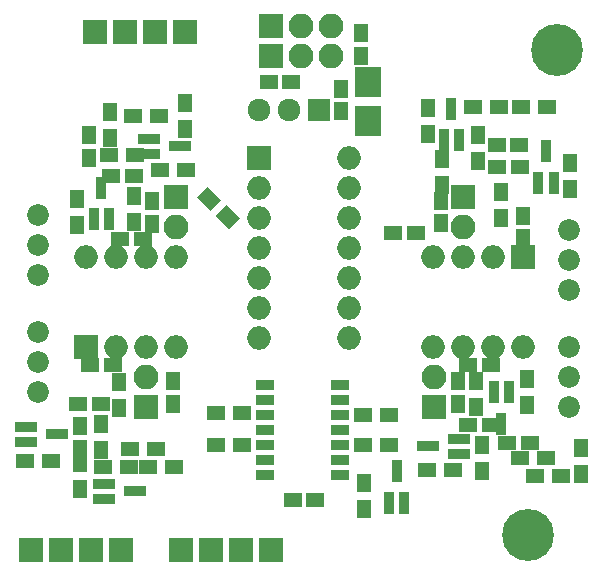
<source format=gbr>
G04 #@! TF.FileFunction,Soldermask,Top*
%FSLAX46Y46*%
G04 Gerber Fmt 4.6, Leading zero omitted, Abs format (unit mm)*
G04 Created by KiCad (PCBNEW 4.0.6) date 07/25/17 18:54:20*
%MOMM*%
%LPD*%
G01*
G04 APERTURE LIST*
%ADD10C,0.100000*%
%ADD11C,4.400000*%
%ADD12R,1.300000X1.600000*%
%ADD13R,1.543000X0.908000*%
%ADD14R,1.150000X1.600000*%
%ADD15R,1.600000X1.150000*%
%ADD16R,1.600000X1.300000*%
%ADD17R,1.900000X0.850000*%
%ADD18R,0.850000X1.900000*%
%ADD19R,2.100000X2.100000*%
%ADD20O,2.100000X2.100000*%
%ADD21R,2.000000X2.000000*%
%ADD22O,2.000000X2.000000*%
%ADD23C,1.840000*%
%ADD24R,2.200000X2.550000*%
%ADD25C,1.920000*%
%ADD26R,1.920000X1.920000*%
G04 APERTURE END LIST*
D10*
D11*
X43982000Y-44594000D03*
D12*
X40132000Y-39238000D03*
X40132000Y-37038000D03*
D13*
X21717000Y-31915000D03*
X21717000Y-33185000D03*
X21717000Y-34455000D03*
X21717000Y-35725000D03*
X21717000Y-36995000D03*
X21717000Y-38265000D03*
X21717000Y-39535000D03*
X28067000Y-39535000D03*
X28067000Y-38265000D03*
X28067000Y-35725000D03*
X28067000Y-34455000D03*
X28067000Y-33185000D03*
X28067000Y-31915000D03*
X28067000Y-36995000D03*
D14*
X13970000Y-31600000D03*
X13970000Y-33500000D03*
X12192000Y-18260000D03*
X12192000Y-16360000D03*
D15*
X32578000Y-19088000D03*
X34478000Y-19088000D03*
X6924000Y-30264000D03*
X8824000Y-30264000D03*
X9464000Y-19596000D03*
X11364000Y-19596000D03*
X24069000Y-41694000D03*
X25969000Y-41694000D03*
X22037000Y-6261000D03*
X23937000Y-6261000D03*
D14*
X29845000Y-4036000D03*
X29845000Y-2136000D03*
D15*
X5908000Y-33566000D03*
X7808000Y-33566000D03*
X8702000Y-14262000D03*
X10602000Y-14262000D03*
D14*
X6096000Y-37310000D03*
X6096000Y-35410000D03*
X6858000Y-10772000D03*
X6858000Y-12672000D03*
X28194000Y-8735000D03*
X28194000Y-6835000D03*
X36622000Y-18232000D03*
X36622000Y-16332000D03*
X38100000Y-31600000D03*
X38100000Y-33500000D03*
X43607000Y-19502000D03*
X43607000Y-17602000D03*
D15*
X40828000Y-30264000D03*
X38928000Y-30264000D03*
X43287000Y-13472000D03*
X41387000Y-13472000D03*
X40828000Y-35344000D03*
X38928000Y-35344000D03*
X41341000Y-11595000D03*
X43241000Y-11595000D03*
X44130000Y-36868000D03*
X42230000Y-36868000D03*
D12*
X9398000Y-31704000D03*
X9398000Y-33904000D03*
X10668000Y-18156000D03*
X10668000Y-15956000D03*
D16*
X3640000Y-38392000D03*
X1440000Y-38392000D03*
D12*
X5842000Y-16210000D03*
X5842000Y-18410000D03*
D16*
X19769000Y-36995000D03*
X17569000Y-36995000D03*
X19769000Y-34328000D03*
X17569000Y-34328000D03*
D10*
G36*
X15976878Y-16045117D02*
X16896117Y-15125878D01*
X18027488Y-16257249D01*
X17108249Y-17176488D01*
X15976878Y-16045117D01*
X15976878Y-16045117D01*
G37*
G36*
X17532512Y-17600751D02*
X18451751Y-16681512D01*
X19583122Y-17812883D01*
X18663883Y-18732122D01*
X17532512Y-17600751D01*
X17532512Y-17600751D01*
G37*
D12*
X6096000Y-40762000D03*
X6096000Y-38562000D03*
X8636000Y-11044000D03*
X8636000Y-8844000D03*
D16*
X10244000Y-38900000D03*
X8044000Y-38900000D03*
D12*
X7874000Y-37460000D03*
X7874000Y-35260000D03*
D16*
X12784000Y-9182000D03*
X10584000Y-9182000D03*
X8552000Y-12484000D03*
X10752000Y-12484000D03*
X14054000Y-38900000D03*
X11854000Y-38900000D03*
D12*
X14986000Y-8082000D03*
X14986000Y-10282000D03*
D16*
X12530000Y-37376000D03*
X10330000Y-37376000D03*
X15070000Y-13754000D03*
X12870000Y-13754000D03*
D12*
X41702000Y-17747000D03*
X41702000Y-15547000D03*
X39624000Y-31577000D03*
X39624000Y-33777000D03*
X47544000Y-13134000D03*
X47544000Y-15334000D03*
X43942000Y-33650000D03*
X43942000Y-31450000D03*
D16*
X30015000Y-34455000D03*
X32215000Y-34455000D03*
X30015000Y-36995000D03*
X32215000Y-36995000D03*
D12*
X39750000Y-12958000D03*
X39750000Y-10758000D03*
D16*
X45550000Y-38138000D03*
X43350000Y-38138000D03*
D12*
X35500000Y-8508000D03*
X35500000Y-10708000D03*
X36750000Y-12758000D03*
X36750000Y-14958000D03*
D16*
X46820000Y-39662000D03*
X44620000Y-39662000D03*
X45600000Y-8358000D03*
X43400000Y-8358000D03*
D12*
X48514000Y-37292000D03*
X48514000Y-39492000D03*
D16*
X41532000Y-8392000D03*
X39332000Y-8392000D03*
X37676000Y-39154000D03*
X35476000Y-39154000D03*
D17*
X1464000Y-35456000D03*
X1464000Y-36756000D03*
X4124000Y-36106000D03*
D18*
X7224000Y-17878000D03*
X8524000Y-17878000D03*
X7874000Y-15218000D03*
D19*
X22225000Y-4102000D03*
D20*
X24765000Y-4102000D03*
X27305000Y-4102000D03*
D19*
X22225000Y-1562000D03*
D20*
X24765000Y-1562000D03*
X27305000Y-1562000D03*
D17*
X38160000Y-37772000D03*
X38160000Y-36472000D03*
X35500000Y-37122000D03*
D18*
X36850000Y-11188000D03*
X38150000Y-11188000D03*
X37500000Y-8528000D03*
X42396000Y-32552000D03*
X41096000Y-32552000D03*
X41746000Y-35212000D03*
X44862000Y-14802000D03*
X46162000Y-14802000D03*
X45512000Y-12142000D03*
D17*
X11878000Y-11072000D03*
X11878000Y-12372000D03*
X14538000Y-11722000D03*
X8068000Y-40282000D03*
X8068000Y-41582000D03*
X10728000Y-40932000D03*
D21*
X43607000Y-21092000D03*
D22*
X35987000Y-28712000D03*
X41067000Y-21092000D03*
X38527000Y-28712000D03*
X38527000Y-21092000D03*
X41067000Y-28712000D03*
X35987000Y-21092000D03*
X43607000Y-28712000D03*
D21*
X6604000Y-28740000D03*
D22*
X14224000Y-21120000D03*
X9144000Y-28740000D03*
X11684000Y-21120000D03*
X11684000Y-28740000D03*
X9144000Y-21120000D03*
X14224000Y-28740000D03*
X6604000Y-21120000D03*
D23*
X47498000Y-28740000D03*
X47498000Y-31280000D03*
X47498000Y-33820000D03*
X47498000Y-18834000D03*
X47498000Y-21374000D03*
X47498000Y-23914000D03*
X2540000Y-22644000D03*
X2540000Y-20104000D03*
X2540000Y-17564000D03*
X2540000Y-32550000D03*
X2540000Y-30010000D03*
X2540000Y-27470000D03*
D19*
X36068000Y-33820000D03*
D20*
X36068000Y-31280000D03*
D19*
X38527000Y-16012000D03*
D20*
X38527000Y-18552000D03*
D19*
X14224000Y-16040000D03*
D20*
X14224000Y-18580000D03*
D19*
X11684000Y-33820000D03*
D20*
X11684000Y-31280000D03*
D19*
X14986000Y-2070000D03*
X12446000Y-2070000D03*
X22225000Y-45885000D03*
X19685000Y-45885000D03*
X9525000Y-45885000D03*
X6985000Y-45885000D03*
X9906000Y-2070000D03*
X7366000Y-2070000D03*
X17145000Y-45885000D03*
X14605000Y-45885000D03*
X4445000Y-45885000D03*
X1905000Y-45885000D03*
D24*
X30480000Y-9537000D03*
X30480000Y-6287000D03*
D21*
X21209000Y-12738000D03*
D22*
X28829000Y-27978000D03*
X21209000Y-15278000D03*
X28829000Y-25438000D03*
X21209000Y-17818000D03*
X28829000Y-22898000D03*
X21209000Y-20358000D03*
X28829000Y-20358000D03*
X21209000Y-22898000D03*
X28829000Y-17818000D03*
X21209000Y-25438000D03*
X28829000Y-15278000D03*
X21209000Y-27978000D03*
X28829000Y-12738000D03*
D25*
X23749000Y-8674000D03*
X21209000Y-8674000D03*
D26*
X26289000Y-8674000D03*
D18*
X32243000Y-41881000D03*
X33543000Y-41881000D03*
X32893000Y-39221000D03*
D12*
X30099000Y-40213000D03*
X30099000Y-42413000D03*
D11*
X46482000Y-3594000D03*
M02*

</source>
